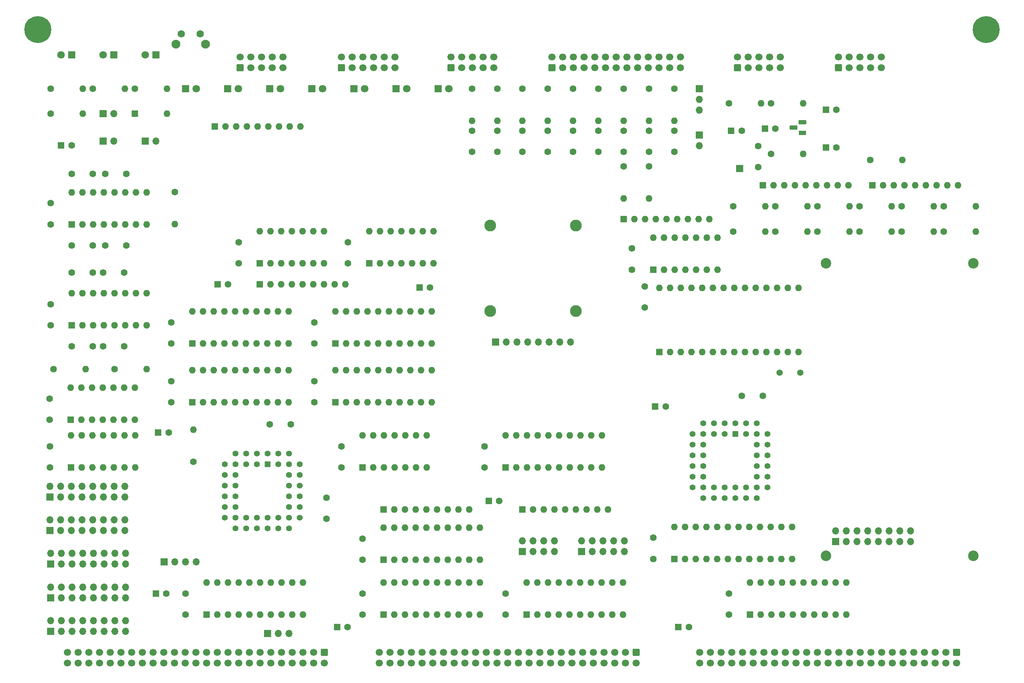
<source format=gbr>
%TF.GenerationSoftware,KiCad,Pcbnew,(6.0.11)*%
%TF.CreationDate,2024-03-24T09:47:06-04:00*%
%TF.ProjectId,input-output.Multi,696e7075-742d-46f7-9574-7075742e4d75,rev?*%
%TF.SameCoordinates,Original*%
%TF.FileFunction,Soldermask,Bot*%
%TF.FilePolarity,Negative*%
%FSLAX46Y46*%
G04 Gerber Fmt 4.6, Leading zero omitted, Abs format (unit mm)*
G04 Created by KiCad (PCBNEW (6.0.11)) date 2024-03-24 09:47:06*
%MOMM*%
%LPD*%
G01*
G04 APERTURE LIST*
G04 Aperture macros list*
%AMRoundRect*
0 Rectangle with rounded corners*
0 $1 Rounding radius*
0 $2 $3 $4 $5 $6 $7 $8 $9 X,Y pos of 4 corners*
0 Add a 4 corners polygon primitive as box body*
4,1,4,$2,$3,$4,$5,$6,$7,$8,$9,$2,$3,0*
0 Add four circle primitives for the rounded corners*
1,1,$1+$1,$2,$3*
1,1,$1+$1,$4,$5*
1,1,$1+$1,$6,$7*
1,1,$1+$1,$8,$9*
0 Add four rect primitives between the rounded corners*
20,1,$1+$1,$2,$3,$4,$5,0*
20,1,$1+$1,$4,$5,$6,$7,0*
20,1,$1+$1,$6,$7,$8,$9,0*
20,1,$1+$1,$8,$9,$2,$3,0*%
G04 Aperture macros list end*
%ADD10C,1.600000*%
%ADD11R,1.600000X1.600000*%
%ADD12O,1.600000X1.600000*%
%ADD13R,1.800000X1.800000*%
%ADD14C,1.800000*%
%ADD15C,6.400000*%
%ADD16R,1.700000X1.700000*%
%ADD17O,1.700000X1.700000*%
%ADD18RoundRect,0.250000X0.600000X-0.600000X0.600000X0.600000X-0.600000X0.600000X-0.600000X-0.600000X0*%
%ADD19C,1.700000*%
%ADD20R,1.422400X1.422400*%
%ADD21C,1.422400*%
%ADD22R,1.800000X1.100000*%
%ADD23RoundRect,0.275000X0.625000X-0.275000X0.625000X0.275000X-0.625000X0.275000X-0.625000X-0.275000X0*%
%ADD24C,2.100000*%
%ADD25C,1.750000*%
%ADD26RoundRect,0.250000X-0.600000X0.600000X-0.600000X-0.600000X0.600000X-0.600000X0.600000X0.600000X0*%
%ADD27C,1.500000*%
%ADD28C,2.500000*%
%ADD29C,2.794000*%
G04 APERTURE END LIST*
D10*
%TO.C,C36*%
X113600000Y-125500000D03*
X113600000Y-130500000D03*
%TD*%
D11*
%TO.C,C1*%
X45500000Y-102500000D03*
D10*
X48000000Y-102500000D03*
%TD*%
D11*
%TO.C,C21*%
X204500000Y-99000000D03*
D10*
X207000000Y-99000000D03*
%TD*%
D11*
%TO.C,C22*%
X212500000Y-98500000D03*
D10*
X215000000Y-98500000D03*
%TD*%
%TO.C,C23*%
X210900000Y-102700000D03*
X210900000Y-107700000D03*
%TD*%
%TO.C,C24*%
X184000000Y-136000000D03*
X184000000Y-141000000D03*
%TD*%
%TO.C,C25*%
X42750000Y-162650000D03*
X42750000Y-167650000D03*
%TD*%
%TO.C,C26*%
X87625000Y-125550000D03*
X87625000Y-130550000D03*
%TD*%
%TO.C,C27*%
X186000000Y-195750000D03*
X186000000Y-200750000D03*
%TD*%
%TO.C,C28*%
X71625000Y-158550000D03*
X71625000Y-163550000D03*
%TD*%
%TO.C,C29*%
X71625000Y-144550000D03*
X71625000Y-149550000D03*
%TD*%
%TO.C,C30*%
X112000000Y-174000000D03*
X112000000Y-179000000D03*
%TD*%
%TO.C,C32*%
X204000000Y-209000000D03*
X204000000Y-214000000D03*
%TD*%
%TO.C,C33*%
X151000000Y-209000000D03*
X151000000Y-214000000D03*
%TD*%
D11*
%TO.C,C34*%
X186500000Y-164550000D03*
D10*
X189000000Y-164550000D03*
%TD*%
D11*
%TO.C,C35*%
X68000000Y-209000000D03*
D10*
X70500000Y-209000000D03*
%TD*%
D11*
%TO.C,C45*%
X82625000Y-135550000D03*
D10*
X85125000Y-135550000D03*
%TD*%
%TO.C,C46*%
X117000000Y-209000000D03*
X117000000Y-214000000D03*
%TD*%
%TO.C,C47*%
X181000000Y-127000000D03*
X181000000Y-132000000D03*
%TD*%
%TO.C,C48*%
X42875000Y-174000000D03*
X42875000Y-179000000D03*
%TD*%
%TO.C,C49*%
X108500000Y-186250000D03*
X108500000Y-191250000D03*
%TD*%
%TO.C,C53*%
X95000000Y-168750000D03*
X100000000Y-168750000D03*
%TD*%
D11*
%TO.C,C54*%
X111000000Y-217000000D03*
D10*
X113500000Y-217000000D03*
%TD*%
D11*
%TO.C,C55*%
X68544900Y-170750000D03*
D10*
X71044900Y-170750000D03*
%TD*%
%TO.C,C56*%
X117000000Y-196000000D03*
X117000000Y-201000000D03*
%TD*%
%TO.C,C57*%
X105625000Y-144550000D03*
X105625000Y-149550000D03*
%TD*%
D11*
%TO.C,C65*%
X147000000Y-187000000D03*
D10*
X149500000Y-187000000D03*
%TD*%
D11*
%TO.C,C66*%
X130544900Y-136250000D03*
D10*
X133044900Y-136250000D03*
%TD*%
D11*
%TO.C,C72*%
X227000000Y-94000000D03*
D10*
X229500000Y-94000000D03*
%TD*%
D11*
%TO.C,C73*%
X227000000Y-103000000D03*
D10*
X229500000Y-103000000D03*
%TD*%
D11*
%TO.C,D1*%
X63000000Y-95000000D03*
D12*
X70620000Y-95000000D03*
%TD*%
D13*
%TO.C,D10*%
X135000000Y-89000000D03*
D14*
X137540000Y-89000000D03*
%TD*%
D15*
%TO.C,H2*%
X265000000Y-75000000D03*
%TD*%
D16*
%TO.C,J3*%
X65500000Y-101500000D03*
D17*
X68040000Y-101500000D03*
%TD*%
D18*
%TO.C,J6*%
X112000000Y-84000000D03*
D19*
X112000000Y-81460000D03*
X114540000Y-84000000D03*
X114540000Y-81460000D03*
X117080000Y-84000000D03*
X117080000Y-81460000D03*
X119620000Y-84000000D03*
X119620000Y-81460000D03*
X122160000Y-84000000D03*
X122160000Y-81460000D03*
X124700000Y-84000000D03*
X124700000Y-81460000D03*
%TD*%
D16*
%TO.C,JP1*%
X55500000Y-95000000D03*
D17*
X58040000Y-95000000D03*
%TD*%
D18*
%TO.C,P4*%
X88000000Y-84000000D03*
D19*
X88000000Y-81460000D03*
X90540000Y-84000000D03*
X90540000Y-81460000D03*
X93080000Y-84000000D03*
X93080000Y-81460000D03*
X95620000Y-84000000D03*
X95620000Y-81460000D03*
X98160000Y-84000000D03*
X98160000Y-81460000D03*
%TD*%
D18*
%TO.C,P5*%
X138000000Y-84000000D03*
D19*
X138000000Y-81460000D03*
X140540000Y-84000000D03*
X140540000Y-81460000D03*
X143080000Y-84000000D03*
X143080000Y-81460000D03*
X145620000Y-84000000D03*
X145620000Y-81460000D03*
X148160000Y-84000000D03*
X148160000Y-81460000D03*
%TD*%
D10*
%TO.C,R2*%
X43000000Y-95000000D03*
D12*
X50620000Y-95000000D03*
%TD*%
D10*
%TO.C,R5*%
X53000000Y-89000000D03*
D12*
X60620000Y-89000000D03*
%TD*%
D10*
%TO.C,R8*%
X63000000Y-89000000D03*
D12*
X70620000Y-89000000D03*
%TD*%
D10*
%TO.C,R9*%
X43690000Y-155650000D03*
D12*
X51310000Y-155650000D03*
%TD*%
D10*
%TO.C,R12*%
X58190000Y-155650000D03*
D12*
X65810000Y-155650000D03*
%TD*%
D10*
%TO.C,R26*%
X191000000Y-89000000D03*
D12*
X191000000Y-96620000D03*
%TD*%
D10*
%TO.C,R31*%
X204000000Y-92500000D03*
D12*
X211620000Y-92500000D03*
%TD*%
D10*
%TO.C,R32*%
X214000000Y-92500000D03*
D12*
X221620000Y-92500000D03*
%TD*%
D10*
%TO.C,R33*%
X214000000Y-104500000D03*
D12*
X221620000Y-104500000D03*
%TD*%
D10*
%TO.C,R35*%
X179000000Y-107500000D03*
D12*
X179000000Y-115120000D03*
%TD*%
D10*
%TO.C,R36*%
X237500000Y-106000000D03*
D12*
X245120000Y-106000000D03*
%TD*%
D11*
%TO.C,RN1*%
X212000000Y-112000000D03*
D12*
X214540000Y-112000000D03*
X217080000Y-112000000D03*
X219620000Y-112000000D03*
X222160000Y-112000000D03*
X224700000Y-112000000D03*
X227240000Y-112000000D03*
X229780000Y-112000000D03*
X232320000Y-112000000D03*
%TD*%
D11*
%TO.C,RN4*%
X238000000Y-112000000D03*
D12*
X240540000Y-112000000D03*
X243080000Y-112000000D03*
X245620000Y-112000000D03*
X248160000Y-112000000D03*
X250700000Y-112000000D03*
X253240000Y-112000000D03*
X255780000Y-112000000D03*
X258320000Y-112000000D03*
%TD*%
D11*
%TO.C,RN8*%
X179000000Y-120000000D03*
D12*
X181540000Y-120000000D03*
X184080000Y-120000000D03*
X186620000Y-120000000D03*
X189160000Y-120000000D03*
X191700000Y-120000000D03*
X194240000Y-120000000D03*
X196780000Y-120000000D03*
X199320000Y-120000000D03*
%TD*%
D16*
%TO.C,SW2*%
X155000000Y-199000000D03*
D17*
X155000000Y-196460000D03*
X157540000Y-199000000D03*
X157540000Y-196460000D03*
X160080000Y-199000000D03*
X160080000Y-196460000D03*
X162620000Y-199000000D03*
X162620000Y-196460000D03*
%TD*%
D11*
%TO.C,U2*%
X122000000Y-201000000D03*
D12*
X124540000Y-201000000D03*
X127080000Y-201000000D03*
X129620000Y-201000000D03*
X132160000Y-201000000D03*
X134700000Y-201000000D03*
X137240000Y-201000000D03*
X139780000Y-201000000D03*
X142320000Y-201000000D03*
X144860000Y-201000000D03*
X144860000Y-193380000D03*
X142320000Y-193380000D03*
X139780000Y-193380000D03*
X137240000Y-193380000D03*
X134700000Y-193380000D03*
X132160000Y-193380000D03*
X129620000Y-193380000D03*
X127080000Y-193380000D03*
X124540000Y-193380000D03*
X122000000Y-193380000D03*
%TD*%
D11*
%TO.C,U3*%
X122000000Y-214000000D03*
D12*
X124540000Y-214000000D03*
X127080000Y-214000000D03*
X129620000Y-214000000D03*
X132160000Y-214000000D03*
X134700000Y-214000000D03*
X137240000Y-214000000D03*
X139780000Y-214000000D03*
X142320000Y-214000000D03*
X144860000Y-214000000D03*
X144860000Y-206380000D03*
X142320000Y-206380000D03*
X139780000Y-206380000D03*
X137240000Y-206380000D03*
X134700000Y-206380000D03*
X132160000Y-206380000D03*
X129620000Y-206380000D03*
X127080000Y-206380000D03*
X124540000Y-206380000D03*
X122000000Y-206380000D03*
%TD*%
D20*
%TO.C,U4*%
X94500000Y-178250000D03*
D21*
X91960000Y-175710000D03*
X91960000Y-178250000D03*
X89420000Y-175710000D03*
X89420000Y-178250000D03*
X86880000Y-175710000D03*
X84340000Y-178250000D03*
X86880000Y-178250000D03*
X84340000Y-180790000D03*
X86880000Y-180790000D03*
X84340000Y-183330000D03*
X86880000Y-183330000D03*
X84340000Y-185870000D03*
X86880000Y-185870000D03*
X84340000Y-188410000D03*
X86880000Y-188410000D03*
X84340000Y-190950000D03*
X86880000Y-193490000D03*
X86880000Y-190950000D03*
X89420000Y-193490000D03*
X89420000Y-190950000D03*
X91960000Y-193490000D03*
X91960000Y-190950000D03*
X94500000Y-193490000D03*
X94500000Y-190950000D03*
X97040000Y-193490000D03*
X97040000Y-190950000D03*
X99580000Y-193490000D03*
X102120000Y-190950000D03*
X99580000Y-190950000D03*
X102120000Y-188410000D03*
X99580000Y-188410000D03*
X102120000Y-185870000D03*
X99580000Y-185870000D03*
X102120000Y-183330000D03*
X99580000Y-183330000D03*
X102120000Y-180790000D03*
X99580000Y-180790000D03*
X102120000Y-178250000D03*
X99580000Y-175710000D03*
X99580000Y-178250000D03*
X97040000Y-175710000D03*
X97040000Y-178250000D03*
X94500000Y-175710000D03*
%TD*%
D11*
%TO.C,U5*%
X209000000Y-214000000D03*
D12*
X211540000Y-214000000D03*
X214080000Y-214000000D03*
X216620000Y-214000000D03*
X219160000Y-214000000D03*
X221700000Y-214000000D03*
X224240000Y-214000000D03*
X226780000Y-214000000D03*
X229320000Y-214000000D03*
X231860000Y-214000000D03*
X231860000Y-206380000D03*
X229320000Y-206380000D03*
X226780000Y-206380000D03*
X224240000Y-206380000D03*
X221700000Y-206380000D03*
X219160000Y-206380000D03*
X216620000Y-206380000D03*
X214080000Y-206380000D03*
X211540000Y-206380000D03*
X209000000Y-206380000D03*
%TD*%
D11*
%TO.C,U6*%
X117000000Y-179000000D03*
D12*
X119540000Y-179000000D03*
X122080000Y-179000000D03*
X124620000Y-179000000D03*
X127160000Y-179000000D03*
X129700000Y-179000000D03*
X132240000Y-179000000D03*
X132240000Y-171380000D03*
X129700000Y-171380000D03*
X127160000Y-171380000D03*
X124620000Y-171380000D03*
X122080000Y-171380000D03*
X119540000Y-171380000D03*
X117000000Y-171380000D03*
%TD*%
D11*
%TO.C,U7*%
X80000000Y-214000000D03*
D12*
X82540000Y-214000000D03*
X85080000Y-214000000D03*
X87620000Y-214000000D03*
X90160000Y-214000000D03*
X92700000Y-214000000D03*
X95240000Y-214000000D03*
X97780000Y-214000000D03*
X100320000Y-214000000D03*
X102860000Y-214000000D03*
X102860000Y-206380000D03*
X100320000Y-206380000D03*
X97780000Y-206380000D03*
X95240000Y-206380000D03*
X92700000Y-206380000D03*
X90160000Y-206380000D03*
X87620000Y-206380000D03*
X85080000Y-206380000D03*
X82540000Y-206380000D03*
X80000000Y-206380000D03*
%TD*%
D11*
%TO.C,U10*%
X47875000Y-179000000D03*
D12*
X50415000Y-179000000D03*
X52955000Y-179000000D03*
X55495000Y-179000000D03*
X58035000Y-179000000D03*
X60575000Y-179000000D03*
X63115000Y-179000000D03*
X63115000Y-171380000D03*
X60575000Y-171380000D03*
X58035000Y-171380000D03*
X55495000Y-171380000D03*
X52955000Y-171380000D03*
X50415000Y-171380000D03*
X47875000Y-171380000D03*
%TD*%
D11*
%TO.C,U16*%
X118625000Y-130550000D03*
D12*
X121165000Y-130550000D03*
X123705000Y-130550000D03*
X126245000Y-130550000D03*
X128785000Y-130550000D03*
X131325000Y-130550000D03*
X133865000Y-130550000D03*
X133865000Y-122930000D03*
X131325000Y-122930000D03*
X128785000Y-122930000D03*
X126245000Y-122930000D03*
X123705000Y-122930000D03*
X121165000Y-122930000D03*
X118625000Y-122930000D03*
%TD*%
D11*
%TO.C,U19*%
X92625000Y-130550000D03*
D12*
X95165000Y-130550000D03*
X97705000Y-130550000D03*
X100245000Y-130550000D03*
X102785000Y-130550000D03*
X105325000Y-130550000D03*
X107865000Y-130550000D03*
X107865000Y-122930000D03*
X105325000Y-122930000D03*
X102785000Y-122930000D03*
X100245000Y-122930000D03*
X97705000Y-122930000D03*
X95165000Y-122930000D03*
X92625000Y-122930000D03*
%TD*%
D11*
%TO.C,U21*%
X110625000Y-163550000D03*
D12*
X113165000Y-163550000D03*
X115705000Y-163550000D03*
X118245000Y-163550000D03*
X120785000Y-163550000D03*
X123325000Y-163550000D03*
X125865000Y-163550000D03*
X128405000Y-163550000D03*
X130945000Y-163550000D03*
X133485000Y-163550000D03*
X133485000Y-155930000D03*
X130945000Y-155930000D03*
X128405000Y-155930000D03*
X125865000Y-155930000D03*
X123325000Y-155930000D03*
X120785000Y-155930000D03*
X118245000Y-155930000D03*
X115705000Y-155930000D03*
X113165000Y-155930000D03*
X110625000Y-155930000D03*
%TD*%
D11*
%TO.C,U25*%
X186000000Y-132000000D03*
D12*
X188540000Y-132000000D03*
X191080000Y-132000000D03*
X193620000Y-132000000D03*
X196160000Y-132000000D03*
X198700000Y-132000000D03*
X201240000Y-132000000D03*
X201240000Y-124380000D03*
X198700000Y-124380000D03*
X196160000Y-124380000D03*
X193620000Y-124380000D03*
X191080000Y-124380000D03*
X188540000Y-124380000D03*
X186000000Y-124380000D03*
%TD*%
D20*
%TO.C,U26*%
X205500000Y-171050000D03*
D21*
X202960000Y-168510000D03*
X202960000Y-171050000D03*
X200420000Y-168510000D03*
X200420000Y-171050000D03*
X197880000Y-168510000D03*
X195340000Y-171050000D03*
X197880000Y-171050000D03*
X195340000Y-173590000D03*
X197880000Y-173590000D03*
X195340000Y-176130000D03*
X197880000Y-176130000D03*
X195340000Y-178670000D03*
X197880000Y-178670000D03*
X195340000Y-181210000D03*
X197880000Y-181210000D03*
X195340000Y-183750000D03*
X197880000Y-186290000D03*
X197880000Y-183750000D03*
X200420000Y-186290000D03*
X200420000Y-183750000D03*
X202960000Y-186290000D03*
X202960000Y-183750000D03*
X205500000Y-186290000D03*
X205500000Y-183750000D03*
X208040000Y-186290000D03*
X208040000Y-183750000D03*
X210580000Y-186290000D03*
X213120000Y-183750000D03*
X210580000Y-183750000D03*
X213120000Y-181210000D03*
X210580000Y-181210000D03*
X213120000Y-178670000D03*
X210580000Y-178670000D03*
X213120000Y-176130000D03*
X210580000Y-176130000D03*
X213120000Y-173590000D03*
X210580000Y-173590000D03*
X213120000Y-171050000D03*
X210580000Y-168510000D03*
X210580000Y-171050000D03*
X208040000Y-168510000D03*
X208040000Y-171050000D03*
X205500000Y-168510000D03*
%TD*%
D11*
%TO.C,U27*%
X187475000Y-151625000D03*
D12*
X190015000Y-151625000D03*
X192555000Y-151625000D03*
X195095000Y-151625000D03*
X197635000Y-151625000D03*
X200175000Y-151625000D03*
X202715000Y-151625000D03*
X205255000Y-151625000D03*
X207795000Y-151625000D03*
X210335000Y-151625000D03*
X212875000Y-151625000D03*
X215415000Y-151625000D03*
X217955000Y-151625000D03*
X220495000Y-151625000D03*
X220495000Y-136385000D03*
X217955000Y-136385000D03*
X215415000Y-136385000D03*
X212875000Y-136385000D03*
X210335000Y-136385000D03*
X207795000Y-136385000D03*
X205255000Y-136385000D03*
X202715000Y-136385000D03*
X200175000Y-136385000D03*
X197635000Y-136385000D03*
X195095000Y-136385000D03*
X192555000Y-136385000D03*
X190015000Y-136385000D03*
X187475000Y-136385000D03*
%TD*%
D22*
%TO.C,U32*%
X221400000Y-99500000D03*
D23*
X219330000Y-98230000D03*
X221400000Y-96960000D03*
%TD*%
D16*
%TO.C,J1*%
X42875000Y-186025000D03*
D17*
X42875000Y-183485000D03*
X45415000Y-186025000D03*
X45415000Y-183485000D03*
X47955000Y-186025000D03*
X47955000Y-183485000D03*
X50495000Y-186025000D03*
X50495000Y-183485000D03*
X53035000Y-186025000D03*
X53035000Y-183485000D03*
X55575000Y-186025000D03*
X55575000Y-183485000D03*
X58115000Y-186025000D03*
X58115000Y-183485000D03*
X60655000Y-186025000D03*
X60655000Y-183485000D03*
%TD*%
D16*
%TO.C,J5*%
X43000000Y-210000000D03*
D17*
X43000000Y-207460000D03*
X45540000Y-210000000D03*
X45540000Y-207460000D03*
X48080000Y-210000000D03*
X48080000Y-207460000D03*
X50620000Y-210000000D03*
X50620000Y-207460000D03*
X53160000Y-210000000D03*
X53160000Y-207460000D03*
X55700000Y-210000000D03*
X55700000Y-207460000D03*
X58240000Y-210000000D03*
X58240000Y-207460000D03*
X60780000Y-210000000D03*
X60780000Y-207460000D03*
%TD*%
D16*
%TO.C,J12*%
X43000000Y-218000000D03*
D17*
X43000000Y-215460000D03*
X45540000Y-218000000D03*
X45540000Y-215460000D03*
X48080000Y-218000000D03*
X48080000Y-215460000D03*
X50620000Y-218000000D03*
X50620000Y-215460000D03*
X53160000Y-218000000D03*
X53160000Y-215460000D03*
X55700000Y-218000000D03*
X55700000Y-215460000D03*
X58240000Y-218000000D03*
X58240000Y-215460000D03*
X60780000Y-218000000D03*
X60780000Y-215460000D03*
%TD*%
D11*
%TO.C,U1*%
X47750000Y-167650000D03*
D12*
X50290000Y-167650000D03*
X52830000Y-167650000D03*
X55370000Y-167650000D03*
X57910000Y-167650000D03*
X60450000Y-167650000D03*
X62990000Y-167650000D03*
X62990000Y-160030000D03*
X60450000Y-160030000D03*
X57910000Y-160030000D03*
X55370000Y-160030000D03*
X52830000Y-160030000D03*
X50290000Y-160030000D03*
X47750000Y-160030000D03*
%TD*%
D10*
%TO.C,R20*%
X167000000Y-89000000D03*
D12*
X167000000Y-96620000D03*
%TD*%
D10*
%TO.C,C18*%
X185000000Y-99000000D03*
X185000000Y-104000000D03*
%TD*%
D18*
%TO.C,J14*%
X206000000Y-84000000D03*
D19*
X206000000Y-81460000D03*
X208540000Y-84000000D03*
X208540000Y-81460000D03*
X211080000Y-84000000D03*
X211080000Y-81460000D03*
X213620000Y-84000000D03*
X213620000Y-81460000D03*
X216160000Y-84000000D03*
X216160000Y-81460000D03*
%TD*%
D18*
%TO.C,J15*%
X230000000Y-84000000D03*
D19*
X230000000Y-81460000D03*
X232540000Y-84000000D03*
X232540000Y-81460000D03*
X235080000Y-84000000D03*
X235080000Y-81460000D03*
X237620000Y-84000000D03*
X237620000Y-81460000D03*
X240160000Y-84000000D03*
X240160000Y-81460000D03*
%TD*%
D16*
%TO.C,J2*%
X43000000Y-202000000D03*
D17*
X43000000Y-199460000D03*
X45540000Y-202000000D03*
X45540000Y-199460000D03*
X48080000Y-202000000D03*
X48080000Y-199460000D03*
X50620000Y-202000000D03*
X50620000Y-199460000D03*
X53160000Y-202000000D03*
X53160000Y-199460000D03*
X55700000Y-202000000D03*
X55700000Y-199460000D03*
X58240000Y-202000000D03*
X58240000Y-199460000D03*
X60780000Y-202000000D03*
X60780000Y-199460000D03*
%TD*%
D10*
%TO.C,C12*%
X149000000Y-99000000D03*
X149000000Y-104000000D03*
%TD*%
%TO.C,C13*%
X155000000Y-99000000D03*
X155000000Y-104000000D03*
%TD*%
%TO.C,C14*%
X161000000Y-99000000D03*
X161000000Y-104000000D03*
%TD*%
%TO.C,C15*%
X167000000Y-99000000D03*
X167000000Y-104000000D03*
%TD*%
%TO.C,C16*%
X173000000Y-99000000D03*
X173000000Y-104000000D03*
%TD*%
%TO.C,C17*%
X179000000Y-99000000D03*
X179000000Y-104000000D03*
%TD*%
%TO.C,C19*%
X191000000Y-99000000D03*
X191000000Y-104000000D03*
%TD*%
%TO.C,C20*%
X143000000Y-99000000D03*
X143000000Y-104000000D03*
%TD*%
%TO.C,C9*%
X43000000Y-140250000D03*
X43000000Y-145250000D03*
%TD*%
D18*
%TO.C,P6*%
X162000000Y-84000000D03*
D19*
X162000000Y-81460000D03*
X164540000Y-84000000D03*
X164540000Y-81460000D03*
X167080000Y-84000000D03*
X167080000Y-81460000D03*
X169620000Y-84000000D03*
X169620000Y-81460000D03*
X172160000Y-84000000D03*
X172160000Y-81460000D03*
X174700000Y-84000000D03*
X174700000Y-81460000D03*
X177240000Y-84000000D03*
X177240000Y-81460000D03*
X179780000Y-84000000D03*
X179780000Y-81460000D03*
X182320000Y-84000000D03*
X182320000Y-81460000D03*
X184860000Y-84000000D03*
X184860000Y-81460000D03*
X187400000Y-84000000D03*
X187400000Y-81460000D03*
X189940000Y-84000000D03*
X189940000Y-81460000D03*
X192480000Y-84000000D03*
X192480000Y-81460000D03*
%TD*%
D10*
%TO.C,R17*%
X149000000Y-89000000D03*
D12*
X149000000Y-96620000D03*
%TD*%
D10*
%TO.C,R18*%
X155000000Y-89000000D03*
D12*
X155000000Y-96620000D03*
%TD*%
D10*
%TO.C,R19*%
X161000000Y-89000000D03*
D12*
X161000000Y-96620000D03*
%TD*%
D10*
%TO.C,R23*%
X173000000Y-89000000D03*
D12*
X173000000Y-96620000D03*
%TD*%
D10*
%TO.C,R24*%
X179000000Y-89000000D03*
D12*
X179000000Y-96620000D03*
%TD*%
D10*
%TO.C,R25*%
X185000000Y-89000000D03*
D12*
X185000000Y-96620000D03*
%TD*%
D10*
%TO.C,R28*%
X143000000Y-89000000D03*
D12*
X143000000Y-96620000D03*
%TD*%
D11*
%TO.C,RN7*%
X92625000Y-135550000D03*
D12*
X95165000Y-135550000D03*
X97705000Y-135550000D03*
X100245000Y-135550000D03*
X102785000Y-135550000D03*
X105325000Y-135550000D03*
X107865000Y-135550000D03*
X110405000Y-135550000D03*
X112945000Y-135550000D03*
%TD*%
D11*
%TO.C,U12*%
X156000000Y-214000000D03*
D12*
X158540000Y-214000000D03*
X161080000Y-214000000D03*
X163620000Y-214000000D03*
X166160000Y-214000000D03*
X168700000Y-214000000D03*
X171240000Y-214000000D03*
X173780000Y-214000000D03*
X176320000Y-214000000D03*
X178860000Y-214000000D03*
X178860000Y-206380000D03*
X176320000Y-206380000D03*
X173780000Y-206380000D03*
X171240000Y-206380000D03*
X168700000Y-206380000D03*
X166160000Y-206380000D03*
X163620000Y-206380000D03*
X161080000Y-206380000D03*
X158540000Y-206380000D03*
X156000000Y-206380000D03*
%TD*%
D11*
%TO.C,U18*%
X76625000Y-149550000D03*
D12*
X79165000Y-149550000D03*
X81705000Y-149550000D03*
X84245000Y-149550000D03*
X86785000Y-149550000D03*
X89325000Y-149550000D03*
X91865000Y-149550000D03*
X94405000Y-149550000D03*
X96945000Y-149550000D03*
X99485000Y-149550000D03*
X99485000Y-141930000D03*
X96945000Y-141930000D03*
X94405000Y-141930000D03*
X91865000Y-141930000D03*
X89325000Y-141930000D03*
X86785000Y-141930000D03*
X84245000Y-141930000D03*
X81705000Y-141930000D03*
X79165000Y-141930000D03*
X76625000Y-141930000D03*
%TD*%
D11*
%TO.C,U20*%
X110625000Y-149550000D03*
D12*
X113165000Y-149550000D03*
X115705000Y-149550000D03*
X118245000Y-149550000D03*
X120785000Y-149550000D03*
X123325000Y-149550000D03*
X125865000Y-149550000D03*
X128405000Y-149550000D03*
X130945000Y-149550000D03*
X133485000Y-149550000D03*
X133485000Y-141930000D03*
X130945000Y-141930000D03*
X128405000Y-141930000D03*
X125865000Y-141930000D03*
X123325000Y-141930000D03*
X120785000Y-141930000D03*
X118245000Y-141930000D03*
X115705000Y-141930000D03*
X113165000Y-141930000D03*
X110625000Y-141930000D03*
%TD*%
D11*
%TO.C,U22*%
X76625000Y-163550000D03*
D12*
X79165000Y-163550000D03*
X81705000Y-163550000D03*
X84245000Y-163550000D03*
X86785000Y-163550000D03*
X89325000Y-163550000D03*
X91865000Y-163550000D03*
X94405000Y-163550000D03*
X96945000Y-163550000D03*
X99485000Y-163550000D03*
X99485000Y-155930000D03*
X96945000Y-155930000D03*
X94405000Y-155930000D03*
X91865000Y-155930000D03*
X89325000Y-155930000D03*
X86785000Y-155930000D03*
X84245000Y-155930000D03*
X81705000Y-155930000D03*
X79165000Y-155930000D03*
X76625000Y-155930000D03*
%TD*%
D11*
%TO.C,U23*%
X151000000Y-179000000D03*
D12*
X153540000Y-179000000D03*
X156080000Y-179000000D03*
X158620000Y-179000000D03*
X161160000Y-179000000D03*
X163700000Y-179000000D03*
X166240000Y-179000000D03*
X168780000Y-179000000D03*
X171320000Y-179000000D03*
X173860000Y-179000000D03*
X173860000Y-171380000D03*
X171320000Y-171380000D03*
X168780000Y-171380000D03*
X166240000Y-171380000D03*
X163700000Y-171380000D03*
X161160000Y-171380000D03*
X158620000Y-171380000D03*
X156080000Y-171380000D03*
X153540000Y-171380000D03*
X151000000Y-171380000D03*
%TD*%
D10*
%TO.C,C51*%
X146000000Y-174000000D03*
X146000000Y-179000000D03*
%TD*%
%TO.C,C31*%
X75000000Y-209000000D03*
X75000000Y-214000000D03*
%TD*%
D16*
%TO.C,J13*%
X42875000Y-194025000D03*
D17*
X42875000Y-191485000D03*
X45415000Y-194025000D03*
X45415000Y-191485000D03*
X47955000Y-194025000D03*
X47955000Y-191485000D03*
X50495000Y-194025000D03*
X50495000Y-191485000D03*
X53035000Y-194025000D03*
X53035000Y-191485000D03*
X55575000Y-194025000D03*
X55575000Y-191485000D03*
X58115000Y-194025000D03*
X58115000Y-191485000D03*
X60655000Y-194025000D03*
X60655000Y-191485000D03*
%TD*%
D10*
%TO.C,C52*%
X207000000Y-162050000D03*
X212000000Y-162050000D03*
%TD*%
%TO.C,C2*%
X48000000Y-126250000D03*
X53000000Y-126250000D03*
%TD*%
%TO.C,C3*%
X56000000Y-126250000D03*
X61000000Y-126250000D03*
%TD*%
%TO.C,C4*%
X48000000Y-150250000D03*
X53000000Y-150250000D03*
%TD*%
%TO.C,C5*%
X55500000Y-150250000D03*
X60500000Y-150250000D03*
%TD*%
%TO.C,C6*%
X48000000Y-109250000D03*
X53000000Y-109250000D03*
%TD*%
%TO.C,C8*%
X48000000Y-132750000D03*
X53000000Y-132750000D03*
%TD*%
%TO.C,C10*%
X56000000Y-109250000D03*
X61000000Y-109250000D03*
%TD*%
%TO.C,C11*%
X55500000Y-132750000D03*
X60500000Y-132750000D03*
%TD*%
%TO.C,C50*%
X105625000Y-158550000D03*
X105625000Y-163550000D03*
%TD*%
D11*
%TO.C,U8*%
X48000000Y-121250000D03*
D12*
X50540000Y-121250000D03*
X53080000Y-121250000D03*
X55620000Y-121250000D03*
X58160000Y-121250000D03*
X60700000Y-121250000D03*
X63240000Y-121250000D03*
X65780000Y-121250000D03*
X65780000Y-113630000D03*
X63240000Y-113630000D03*
X60700000Y-113630000D03*
X58160000Y-113630000D03*
X55620000Y-113630000D03*
X53080000Y-113630000D03*
X50540000Y-113630000D03*
X48000000Y-113630000D03*
%TD*%
D11*
%TO.C,U9*%
X48000000Y-145250000D03*
D12*
X50540000Y-145250000D03*
X53080000Y-145250000D03*
X55620000Y-145250000D03*
X58160000Y-145250000D03*
X60700000Y-145250000D03*
X63240000Y-145250000D03*
X65780000Y-145250000D03*
X65780000Y-137630000D03*
X63240000Y-137630000D03*
X60700000Y-137630000D03*
X58160000Y-137630000D03*
X55620000Y-137630000D03*
X53080000Y-137630000D03*
X50540000Y-137630000D03*
X48000000Y-137630000D03*
%TD*%
D13*
%TO.C,D2*%
X58000000Y-81000000D03*
D14*
X55460000Y-81000000D03*
%TD*%
D15*
%TO.C,H1*%
X40000000Y-75000000D03*
%TD*%
D10*
%TO.C,R37*%
X43000000Y-89000000D03*
D12*
X50620000Y-89000000D03*
%TD*%
D24*
%TO.C,SW1*%
X79760000Y-78490000D03*
X72750000Y-78490000D03*
D25*
X74000000Y-76000000D03*
X78500000Y-76000000D03*
%TD*%
D13*
%TO.C,D9*%
X68000000Y-81000000D03*
D14*
X65460000Y-81000000D03*
%TD*%
D13*
%TO.C,D11*%
X48000000Y-81000000D03*
D14*
X45460000Y-81000000D03*
%TD*%
D13*
%TO.C,D5*%
X75000000Y-89000000D03*
D14*
X77540000Y-89000000D03*
%TD*%
D13*
%TO.C,D4*%
X85000000Y-89000000D03*
D14*
X87540000Y-89000000D03*
%TD*%
D13*
%TO.C,D3*%
X95000000Y-89000000D03*
D14*
X97540000Y-89000000D03*
%TD*%
D13*
%TO.C,D6*%
X105000000Y-89000000D03*
D14*
X107540000Y-89000000D03*
%TD*%
D13*
%TO.C,D8*%
X125000000Y-89000000D03*
D14*
X127540000Y-89000000D03*
%TD*%
D13*
%TO.C,D7*%
X115000000Y-89000000D03*
D14*
X117540000Y-89000000D03*
%TD*%
D11*
%TO.C,C44*%
X192000000Y-217000000D03*
D10*
X194500000Y-217000000D03*
%TD*%
D26*
%TO.C,P2*%
X182000000Y-223000000D03*
D19*
X182000000Y-225540000D03*
X179460000Y-223000000D03*
X179460000Y-225540000D03*
X176920000Y-223000000D03*
X176920000Y-225540000D03*
X174380000Y-223000000D03*
X174380000Y-225540000D03*
X171840000Y-223000000D03*
X171840000Y-225540000D03*
X169300000Y-223000000D03*
X169300000Y-225540000D03*
X166760000Y-223000000D03*
X166760000Y-225540000D03*
X164220000Y-223000000D03*
X164220000Y-225540000D03*
X161680000Y-223000000D03*
X161680000Y-225540000D03*
X159140000Y-223000000D03*
X159140000Y-225540000D03*
X156600000Y-223000000D03*
X156600000Y-225540000D03*
X154060000Y-223000000D03*
X154060000Y-225540000D03*
X151520000Y-223000000D03*
X151520000Y-225540000D03*
X148980000Y-223000000D03*
X148980000Y-225540000D03*
X146440000Y-223000000D03*
X146440000Y-225540000D03*
X143900000Y-223000000D03*
X143900000Y-225540000D03*
X141360000Y-223000000D03*
X141360000Y-225540000D03*
X138820000Y-223000000D03*
X138820000Y-225540000D03*
X136280000Y-223000000D03*
X136280000Y-225540000D03*
X133740000Y-223000000D03*
X133740000Y-225540000D03*
X131200000Y-223000000D03*
X131200000Y-225540000D03*
X128660000Y-223000000D03*
X128660000Y-225540000D03*
X126120000Y-223000000D03*
X126120000Y-225540000D03*
X123580000Y-223000000D03*
X123580000Y-225540000D03*
X121040000Y-223000000D03*
X121040000Y-225540000D03*
%TD*%
D26*
%TO.C,P3*%
X258000000Y-223000000D03*
D19*
X258000000Y-225540000D03*
X255460000Y-223000000D03*
X255460000Y-225540000D03*
X252920000Y-223000000D03*
X252920000Y-225540000D03*
X250380000Y-223000000D03*
X250380000Y-225540000D03*
X247840000Y-223000000D03*
X247840000Y-225540000D03*
X245300000Y-223000000D03*
X245300000Y-225540000D03*
X242760000Y-223000000D03*
X242760000Y-225540000D03*
X240220000Y-223000000D03*
X240220000Y-225540000D03*
X237680000Y-223000000D03*
X237680000Y-225540000D03*
X235140000Y-223000000D03*
X235140000Y-225540000D03*
X232600000Y-223000000D03*
X232600000Y-225540000D03*
X230060000Y-223000000D03*
X230060000Y-225540000D03*
X227520000Y-223000000D03*
X227520000Y-225540000D03*
X224980000Y-223000000D03*
X224980000Y-225540000D03*
X222440000Y-223000000D03*
X222440000Y-225540000D03*
X219900000Y-223000000D03*
X219900000Y-225540000D03*
X217360000Y-223000000D03*
X217360000Y-225540000D03*
X214820000Y-223000000D03*
X214820000Y-225540000D03*
X212280000Y-223000000D03*
X212280000Y-225540000D03*
X209740000Y-223000000D03*
X209740000Y-225540000D03*
X207200000Y-223000000D03*
X207200000Y-225540000D03*
X204660000Y-223000000D03*
X204660000Y-225540000D03*
X202120000Y-223000000D03*
X202120000Y-225540000D03*
X199580000Y-223000000D03*
X199580000Y-225540000D03*
X197040000Y-223000000D03*
X197040000Y-225540000D03*
%TD*%
D11*
%TO.C,U11*%
X191000000Y-200750000D03*
D12*
X193540000Y-200750000D03*
X196080000Y-200750000D03*
X198620000Y-200750000D03*
X201160000Y-200750000D03*
X203700000Y-200750000D03*
X206240000Y-200750000D03*
X208780000Y-200750000D03*
X211320000Y-200750000D03*
X213860000Y-200750000D03*
X216400000Y-200750000D03*
X218940000Y-200750000D03*
X218940000Y-193130000D03*
X216400000Y-193130000D03*
X213860000Y-193130000D03*
X211320000Y-193130000D03*
X208780000Y-193130000D03*
X206240000Y-193130000D03*
X203700000Y-193130000D03*
X201160000Y-193130000D03*
X198620000Y-193130000D03*
X196080000Y-193130000D03*
X193540000Y-193130000D03*
X191000000Y-193130000D03*
%TD*%
D26*
%TO.C,P1*%
X108000000Y-223000000D03*
D19*
X108000000Y-225540000D03*
X105460000Y-223000000D03*
X105460000Y-225540000D03*
X102920000Y-223000000D03*
X102920000Y-225540000D03*
X100380000Y-223000000D03*
X100380000Y-225540000D03*
X97840000Y-223000000D03*
X97840000Y-225540000D03*
X95300000Y-223000000D03*
X95300000Y-225540000D03*
X92760000Y-223000000D03*
X92760000Y-225540000D03*
X90220000Y-223000000D03*
X90220000Y-225540000D03*
X87680000Y-223000000D03*
X87680000Y-225540000D03*
X85140000Y-223000000D03*
X85140000Y-225540000D03*
X82600000Y-223000000D03*
X82600000Y-225540000D03*
X80060000Y-223000000D03*
X80060000Y-225540000D03*
X77520000Y-223000000D03*
X77520000Y-225540000D03*
X74980000Y-223000000D03*
X74980000Y-225540000D03*
X72440000Y-223000000D03*
X72440000Y-225540000D03*
X69900000Y-223000000D03*
X69900000Y-225540000D03*
X67360000Y-223000000D03*
X67360000Y-225540000D03*
X64820000Y-223000000D03*
X64820000Y-225540000D03*
X62280000Y-223000000D03*
X62280000Y-225540000D03*
X59740000Y-223000000D03*
X59740000Y-225540000D03*
X57200000Y-223000000D03*
X57200000Y-225540000D03*
X54660000Y-223000000D03*
X54660000Y-225540000D03*
X52120000Y-223000000D03*
X52120000Y-225540000D03*
X49580000Y-223000000D03*
X49580000Y-225540000D03*
X47040000Y-223000000D03*
X47040000Y-225540000D03*
%TD*%
D16*
%TO.C,SW3*%
X169000000Y-199000000D03*
D17*
X169000000Y-196460000D03*
X171540000Y-199000000D03*
X171540000Y-196460000D03*
X174080000Y-199000000D03*
X174080000Y-196460000D03*
X176620000Y-199000000D03*
X176620000Y-196460000D03*
X179160000Y-199000000D03*
X179160000Y-196460000D03*
%TD*%
D11*
%TO.C,RN6*%
X155000000Y-189000000D03*
D12*
X157540000Y-189000000D03*
X160080000Y-189000000D03*
X162620000Y-189000000D03*
X165160000Y-189000000D03*
X167700000Y-189000000D03*
X170240000Y-189000000D03*
X172780000Y-189000000D03*
X175320000Y-189000000D03*
%TD*%
D11*
%TO.C,RN5*%
X122000000Y-189000000D03*
D12*
X124540000Y-189000000D03*
X127080000Y-189000000D03*
X129620000Y-189000000D03*
X132160000Y-189000000D03*
X134700000Y-189000000D03*
X137240000Y-189000000D03*
X139780000Y-189000000D03*
X142320000Y-189000000D03*
%TD*%
D10*
%TO.C,C7*%
X43000000Y-116250000D03*
X43000000Y-121250000D03*
%TD*%
D16*
%TO.C,J4*%
X55500000Y-101500000D03*
D17*
X58040000Y-101500000D03*
%TD*%
D27*
%TO.C,Y1*%
X216000000Y-156500000D03*
X220880000Y-156500000D03*
%TD*%
D11*
%TO.C,RN9*%
X82000000Y-98000000D03*
D12*
X84540000Y-98000000D03*
X87080000Y-98000000D03*
X89620000Y-98000000D03*
X92160000Y-98000000D03*
X94700000Y-98000000D03*
X97240000Y-98000000D03*
X99780000Y-98000000D03*
X102320000Y-98000000D03*
%TD*%
D16*
%TO.C,P7*%
X70000000Y-201500000D03*
D17*
X72540000Y-201500000D03*
X75080000Y-201500000D03*
X77620000Y-201500000D03*
%TD*%
D10*
%TO.C,R29*%
X76900000Y-177710000D03*
D12*
X76900000Y-170090000D03*
%TD*%
D16*
%TO.C,J20*%
X94475000Y-218500000D03*
D17*
X97015000Y-218500000D03*
X99555000Y-218500000D03*
%TD*%
D16*
%TO.C,J22*%
X197000000Y-100000000D03*
D17*
X197000000Y-102540000D03*
%TD*%
D10*
%TO.C,R16*%
X205000000Y-117000000D03*
D12*
X212620000Y-117000000D03*
%TD*%
D10*
%TO.C,R11*%
X185000000Y-107500000D03*
D12*
X185000000Y-115120000D03*
%TD*%
D10*
%TO.C,R6*%
X205000000Y-123000000D03*
D12*
X212620000Y-123000000D03*
%TD*%
D10*
%TO.C,R1*%
X235000000Y-117000000D03*
D12*
X242620000Y-117000000D03*
%TD*%
D10*
%TO.C,R27*%
X72500000Y-113590000D03*
D12*
X72500000Y-121210000D03*
%TD*%
D10*
%TO.C,R3*%
X225000000Y-123000000D03*
D12*
X232620000Y-123000000D03*
%TD*%
D28*
%TO.C,J23*%
X262000000Y-130500000D03*
X227000000Y-130500000D03*
X227000000Y-200000000D03*
X262000000Y-200000000D03*
D16*
X229330000Y-196670000D03*
D17*
X229330000Y-194130000D03*
X231870000Y-196670000D03*
X231870000Y-194130000D03*
X234410000Y-196670000D03*
X234410000Y-194130000D03*
X236950000Y-196670000D03*
X236950000Y-194130000D03*
X239490000Y-196670000D03*
X239490000Y-194130000D03*
X242030000Y-196670000D03*
X242030000Y-194130000D03*
X244570000Y-196670000D03*
X244570000Y-194130000D03*
X247110000Y-196670000D03*
X247110000Y-194130000D03*
%TD*%
D16*
%TO.C,J21*%
X197000000Y-89000000D03*
D17*
X197000000Y-91540000D03*
X197000000Y-94080000D03*
%TD*%
D10*
%TO.C,R10*%
X255000000Y-123000000D03*
D12*
X262620000Y-123000000D03*
%TD*%
D16*
%TO.C,J9*%
X148610000Y-149230500D03*
D17*
X151150000Y-149230500D03*
X153690000Y-149230500D03*
X156230000Y-149230500D03*
X158770000Y-149230500D03*
X161310000Y-149230500D03*
X163850000Y-149230500D03*
X166390000Y-149230500D03*
D29*
X147340000Y-121544500D03*
X167660000Y-121544500D03*
X167660000Y-141864500D03*
X147340000Y-141864500D03*
%TD*%
D10*
%TO.C,R13*%
X235000000Y-123000000D03*
D12*
X242620000Y-123000000D03*
%TD*%
D10*
%TO.C,R14*%
X225000000Y-117000000D03*
D12*
X232620000Y-117000000D03*
%TD*%
D10*
%TO.C,R21*%
X245000000Y-117000000D03*
D12*
X252620000Y-117000000D03*
%TD*%
D10*
%TO.C,R15*%
X215000000Y-117000000D03*
D12*
X222620000Y-117000000D03*
%TD*%
D16*
%TO.C,J7*%
X206500000Y-108000000D03*
%TD*%
D10*
%TO.C,R4*%
X215000000Y-123000000D03*
D12*
X222620000Y-123000000D03*
%TD*%
D10*
%TO.C,R7*%
X245000000Y-123000000D03*
D12*
X252620000Y-123000000D03*
%TD*%
D10*
%TO.C,R22*%
X255000000Y-117000000D03*
D12*
X262620000Y-117000000D03*
%TD*%
M02*

</source>
